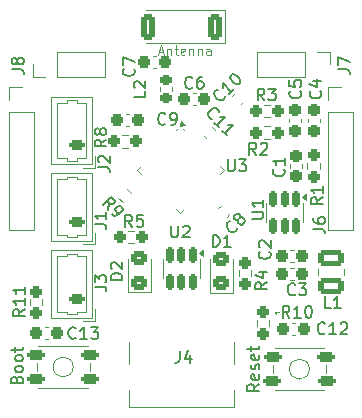
<source format=gto>
G04 #@! TF.GenerationSoftware,KiCad,Pcbnew,8.0.8-8.0.8-0~ubuntu24.04.1*
G04 #@! TF.CreationDate,2025-01-27T21:39:09+01:00*
G04 #@! TF.ProjectId,KICad_Files,4b494361-645f-4466-996c-65732e6b6963,1*
G04 #@! TF.SameCoordinates,Original*
G04 #@! TF.FileFunction,Legend,Top*
G04 #@! TF.FilePolarity,Positive*
%FSLAX46Y46*%
G04 Gerber Fmt 4.6, Leading zero omitted, Abs format (unit mm)*
G04 Created by KiCad (PCBNEW 8.0.8-8.0.8-0~ubuntu24.04.1) date 2025-01-27 21:39:09*
%MOMM*%
%LPD*%
G01*
G04 APERTURE LIST*
G04 Aperture macros list*
%AMRoundRect*
0 Rectangle with rounded corners*
0 $1 Rounding radius*
0 $2 $3 $4 $5 $6 $7 $8 $9 X,Y pos of 4 corners*
0 Add a 4 corners polygon primitive as box body*
4,1,4,$2,$3,$4,$5,$6,$7,$8,$9,$2,$3,0*
0 Add four circle primitives for the rounded corners*
1,1,$1+$1,$2,$3*
1,1,$1+$1,$4,$5*
1,1,$1+$1,$6,$7*
1,1,$1+$1,$8,$9*
0 Add four rect primitives between the rounded corners*
20,1,$1+$1,$2,$3,$4,$5,0*
20,1,$1+$1,$4,$5,$6,$7,0*
20,1,$1+$1,$6,$7,$8,$9,0*
20,1,$1+$1,$8,$9,$2,$3,0*%
%AMRotRect*
0 Rectangle, with rotation*
0 The origin of the aperture is its center*
0 $1 length*
0 $2 width*
0 $3 Rotation angle, in degrees counterclockwise*
0 Add horizontal line*
21,1,$1,$2,0,0,$3*%
G04 Aperture macros list end*
%ADD10C,0.100000*%
%ADD11C,0.125000*%
%ADD12C,0.150000*%
%ADD13C,0.120000*%
%ADD14RoundRect,0.237500X-0.237500X0.250000X-0.237500X-0.250000X0.237500X-0.250000X0.237500X0.250000X0*%
%ADD15RoundRect,0.237500X-0.300000X-0.237500X0.300000X-0.237500X0.300000X0.237500X-0.300000X0.237500X0*%
%ADD16R,1.350000X1.350000*%
%ADD17O,1.350000X1.350000*%
%ADD18RoundRect,0.237500X0.300000X0.237500X-0.300000X0.237500X-0.300000X-0.237500X0.300000X-0.237500X0*%
%ADD19RoundRect,0.237500X-0.250000X-0.237500X0.250000X-0.237500X0.250000X0.237500X-0.250000X0.237500X0*%
%ADD20RoundRect,0.237500X-0.044194X-0.380070X0.380070X0.044194X0.044194X0.380070X-0.380070X-0.044194X0*%
%ADD21RoundRect,0.237500X0.237500X-0.300000X0.237500X0.300000X-0.237500X0.300000X-0.237500X-0.300000X0*%
%ADD22RoundRect,0.200000X0.450000X-0.200000X0.450000X0.200000X-0.450000X0.200000X-0.450000X-0.200000X0*%
%ADD23O,1.300000X0.800000*%
%ADD24RoundRect,0.237500X0.237500X-0.250000X0.237500X0.250000X-0.237500X0.250000X-0.237500X-0.250000X0*%
%ADD25C,0.600000*%
%ADD26R,0.600000X1.160000*%
%ADD27R,0.300000X1.160000*%
%ADD28O,0.900000X2.000000*%
%ADD29O,0.900000X1.700000*%
%ADD30RoundRect,0.250001X0.849999X-0.462499X0.849999X0.462499X-0.849999X0.462499X-0.849999X-0.462499X0*%
%ADD31RoundRect,0.150000X-0.150000X0.512500X-0.150000X-0.512500X0.150000X-0.512500X0.150000X0.512500X0*%
%ADD32RoundRect,0.250000X0.350000X0.850000X-0.350000X0.850000X-0.350000X-0.850000X0.350000X-0.850000X0*%
%ADD33RoundRect,0.237500X0.250000X0.237500X-0.250000X0.237500X-0.250000X-0.237500X0.250000X-0.237500X0*%
%ADD34RoundRect,0.200000X0.550000X-0.200000X0.550000X0.200000X-0.550000X0.200000X-0.550000X-0.200000X0*%
%ADD35RoundRect,0.200000X0.525000X-0.200000X0.525000X0.200000X-0.525000X0.200000X-0.525000X-0.200000X0*%
%ADD36RoundRect,0.218750X0.256250X-0.218750X0.256250X0.218750X-0.256250X0.218750X-0.256250X-0.218750X0*%
%ADD37RoundRect,0.250000X0.450000X-0.325000X0.450000X0.325000X-0.450000X0.325000X-0.450000X-0.325000X0*%
%ADD38RoundRect,0.237500X-0.344715X0.008839X0.008839X-0.344715X0.344715X-0.008839X-0.008839X0.344715X0*%
%ADD39RoundRect,0.237500X-0.380070X0.044194X0.044194X-0.380070X0.380070X-0.044194X-0.044194X0.380070X0*%
%ADD40RoundRect,0.062500X-0.282843X0.194454X0.194454X-0.282843X0.282843X-0.194454X-0.194454X0.282843X0*%
%ADD41RoundRect,0.062500X-0.282843X-0.194454X-0.194454X-0.282843X0.282843X0.194454X0.194454X0.282843X0*%
%ADD42RotRect,3.700000X3.700000X315.000000*%
%ADD43RoundRect,0.237500X-0.237500X0.300000X-0.237500X-0.300000X0.237500X-0.300000X0.237500X0.300000X0*%
G04 APERTURE END LIST*
D10*
X114700001Y-106900001D02*
X114800001Y-107000001D01*
X114700001Y-106900001D02*
X114800001Y-106800001D01*
X114800001Y-106800001D02*
X114700001Y-106900001D01*
X114700001Y-106900001D02*
X115100001Y-106900001D01*
D11*
X104890476Y-84867024D02*
X105271429Y-84867024D01*
X104814286Y-85095596D02*
X105080953Y-84295596D01*
X105080953Y-84295596D02*
X105347619Y-85095596D01*
X105614286Y-84562262D02*
X105614286Y-85095596D01*
X105614286Y-84638453D02*
X105652381Y-84600358D01*
X105652381Y-84600358D02*
X105728571Y-84562262D01*
X105728571Y-84562262D02*
X105842857Y-84562262D01*
X105842857Y-84562262D02*
X105919048Y-84600358D01*
X105919048Y-84600358D02*
X105957143Y-84676548D01*
X105957143Y-84676548D02*
X105957143Y-85095596D01*
X106223810Y-84562262D02*
X106528572Y-84562262D01*
X106338096Y-84295596D02*
X106338096Y-84981310D01*
X106338096Y-84981310D02*
X106376191Y-85057501D01*
X106376191Y-85057501D02*
X106452381Y-85095596D01*
X106452381Y-85095596D02*
X106528572Y-85095596D01*
X107100001Y-85057501D02*
X107023810Y-85095596D01*
X107023810Y-85095596D02*
X106871429Y-85095596D01*
X106871429Y-85095596D02*
X106795239Y-85057501D01*
X106795239Y-85057501D02*
X106757143Y-84981310D01*
X106757143Y-84981310D02*
X106757143Y-84676548D01*
X106757143Y-84676548D02*
X106795239Y-84600358D01*
X106795239Y-84600358D02*
X106871429Y-84562262D01*
X106871429Y-84562262D02*
X107023810Y-84562262D01*
X107023810Y-84562262D02*
X107100001Y-84600358D01*
X107100001Y-84600358D02*
X107138096Y-84676548D01*
X107138096Y-84676548D02*
X107138096Y-84752739D01*
X107138096Y-84752739D02*
X106757143Y-84828929D01*
X107480953Y-84562262D02*
X107480953Y-85095596D01*
X107480953Y-84638453D02*
X107519048Y-84600358D01*
X107519048Y-84600358D02*
X107595238Y-84562262D01*
X107595238Y-84562262D02*
X107709524Y-84562262D01*
X107709524Y-84562262D02*
X107785715Y-84600358D01*
X107785715Y-84600358D02*
X107823810Y-84676548D01*
X107823810Y-84676548D02*
X107823810Y-85095596D01*
X108204763Y-84562262D02*
X108204763Y-85095596D01*
X108204763Y-84638453D02*
X108242858Y-84600358D01*
X108242858Y-84600358D02*
X108319048Y-84562262D01*
X108319048Y-84562262D02*
X108433334Y-84562262D01*
X108433334Y-84562262D02*
X108509525Y-84600358D01*
X108509525Y-84600358D02*
X108547620Y-84676548D01*
X108547620Y-84676548D02*
X108547620Y-85095596D01*
X109271430Y-85095596D02*
X109271430Y-84676548D01*
X109271430Y-84676548D02*
X109233335Y-84600358D01*
X109233335Y-84600358D02*
X109157144Y-84562262D01*
X109157144Y-84562262D02*
X109004763Y-84562262D01*
X109004763Y-84562262D02*
X108928573Y-84600358D01*
X109271430Y-85057501D02*
X109195239Y-85095596D01*
X109195239Y-85095596D02*
X109004763Y-85095596D01*
X109004763Y-85095596D02*
X108928573Y-85057501D01*
X108928573Y-85057501D02*
X108890477Y-84981310D01*
X108890477Y-84981310D02*
X108890477Y-84905120D01*
X108890477Y-84905120D02*
X108928573Y-84828929D01*
X108928573Y-84828929D02*
X109004763Y-84790834D01*
X109004763Y-84790834D02*
X109195239Y-84790834D01*
X109195239Y-84790834D02*
X109271430Y-84752739D01*
D12*
X92871010Y-112579888D02*
X92918629Y-112437031D01*
X92918629Y-112437031D02*
X92966248Y-112389412D01*
X92966248Y-112389412D02*
X93061486Y-112341793D01*
X93061486Y-112341793D02*
X93204343Y-112341793D01*
X93204343Y-112341793D02*
X93299581Y-112389412D01*
X93299581Y-112389412D02*
X93347201Y-112437031D01*
X93347201Y-112437031D02*
X93394820Y-112532269D01*
X93394820Y-112532269D02*
X93394820Y-112913221D01*
X93394820Y-112913221D02*
X92394820Y-112913221D01*
X92394820Y-112913221D02*
X92394820Y-112579888D01*
X92394820Y-112579888D02*
X92442439Y-112484650D01*
X92442439Y-112484650D02*
X92490058Y-112437031D01*
X92490058Y-112437031D02*
X92585296Y-112389412D01*
X92585296Y-112389412D02*
X92680534Y-112389412D01*
X92680534Y-112389412D02*
X92775772Y-112437031D01*
X92775772Y-112437031D02*
X92823391Y-112484650D01*
X92823391Y-112484650D02*
X92871010Y-112579888D01*
X92871010Y-112579888D02*
X92871010Y-112913221D01*
X93394820Y-111770364D02*
X93347201Y-111865602D01*
X93347201Y-111865602D02*
X93299581Y-111913221D01*
X93299581Y-111913221D02*
X93204343Y-111960840D01*
X93204343Y-111960840D02*
X92918629Y-111960840D01*
X92918629Y-111960840D02*
X92823391Y-111913221D01*
X92823391Y-111913221D02*
X92775772Y-111865602D01*
X92775772Y-111865602D02*
X92728153Y-111770364D01*
X92728153Y-111770364D02*
X92728153Y-111627507D01*
X92728153Y-111627507D02*
X92775772Y-111532269D01*
X92775772Y-111532269D02*
X92823391Y-111484650D01*
X92823391Y-111484650D02*
X92918629Y-111437031D01*
X92918629Y-111437031D02*
X93204343Y-111437031D01*
X93204343Y-111437031D02*
X93299581Y-111484650D01*
X93299581Y-111484650D02*
X93347201Y-111532269D01*
X93347201Y-111532269D02*
X93394820Y-111627507D01*
X93394820Y-111627507D02*
X93394820Y-111770364D01*
X93394820Y-110865602D02*
X93347201Y-110960840D01*
X93347201Y-110960840D02*
X93299581Y-111008459D01*
X93299581Y-111008459D02*
X93204343Y-111056078D01*
X93204343Y-111056078D02*
X92918629Y-111056078D01*
X92918629Y-111056078D02*
X92823391Y-111008459D01*
X92823391Y-111008459D02*
X92775772Y-110960840D01*
X92775772Y-110960840D02*
X92728153Y-110865602D01*
X92728153Y-110865602D02*
X92728153Y-110722745D01*
X92728153Y-110722745D02*
X92775772Y-110627507D01*
X92775772Y-110627507D02*
X92823391Y-110579888D01*
X92823391Y-110579888D02*
X92918629Y-110532269D01*
X92918629Y-110532269D02*
X93204343Y-110532269D01*
X93204343Y-110532269D02*
X93299581Y-110579888D01*
X93299581Y-110579888D02*
X93347201Y-110627507D01*
X93347201Y-110627507D02*
X93394820Y-110722745D01*
X93394820Y-110722745D02*
X93394820Y-110865602D01*
X92728153Y-110246554D02*
X92728153Y-109865602D01*
X92394820Y-110103697D02*
X93251962Y-110103697D01*
X93251962Y-110103697D02*
X93347201Y-110056078D01*
X93347201Y-110056078D02*
X93394820Y-109960840D01*
X93394820Y-109960840D02*
X93394820Y-109865602D01*
X113394820Y-112966793D02*
X112918629Y-113300126D01*
X113394820Y-113538221D02*
X112394820Y-113538221D01*
X112394820Y-113538221D02*
X112394820Y-113157269D01*
X112394820Y-113157269D02*
X112442439Y-113062031D01*
X112442439Y-113062031D02*
X112490058Y-113014412D01*
X112490058Y-113014412D02*
X112585296Y-112966793D01*
X112585296Y-112966793D02*
X112728153Y-112966793D01*
X112728153Y-112966793D02*
X112823391Y-113014412D01*
X112823391Y-113014412D02*
X112871010Y-113062031D01*
X112871010Y-113062031D02*
X112918629Y-113157269D01*
X112918629Y-113157269D02*
X112918629Y-113538221D01*
X113347201Y-112157269D02*
X113394820Y-112252507D01*
X113394820Y-112252507D02*
X113394820Y-112442983D01*
X113394820Y-112442983D02*
X113347201Y-112538221D01*
X113347201Y-112538221D02*
X113251962Y-112585840D01*
X113251962Y-112585840D02*
X112871010Y-112585840D01*
X112871010Y-112585840D02*
X112775772Y-112538221D01*
X112775772Y-112538221D02*
X112728153Y-112442983D01*
X112728153Y-112442983D02*
X112728153Y-112252507D01*
X112728153Y-112252507D02*
X112775772Y-112157269D01*
X112775772Y-112157269D02*
X112871010Y-112109650D01*
X112871010Y-112109650D02*
X112966248Y-112109650D01*
X112966248Y-112109650D02*
X113061486Y-112585840D01*
X113347201Y-111728697D02*
X113394820Y-111633459D01*
X113394820Y-111633459D02*
X113394820Y-111442983D01*
X113394820Y-111442983D02*
X113347201Y-111347745D01*
X113347201Y-111347745D02*
X113251962Y-111300126D01*
X113251962Y-111300126D02*
X113204343Y-111300126D01*
X113204343Y-111300126D02*
X113109105Y-111347745D01*
X113109105Y-111347745D02*
X113061486Y-111442983D01*
X113061486Y-111442983D02*
X113061486Y-111585840D01*
X113061486Y-111585840D02*
X113013867Y-111681078D01*
X113013867Y-111681078D02*
X112918629Y-111728697D01*
X112918629Y-111728697D02*
X112871010Y-111728697D01*
X112871010Y-111728697D02*
X112775772Y-111681078D01*
X112775772Y-111681078D02*
X112728153Y-111585840D01*
X112728153Y-111585840D02*
X112728153Y-111442983D01*
X112728153Y-111442983D02*
X112775772Y-111347745D01*
X113347201Y-110490602D02*
X113394820Y-110585840D01*
X113394820Y-110585840D02*
X113394820Y-110776316D01*
X113394820Y-110776316D02*
X113347201Y-110871554D01*
X113347201Y-110871554D02*
X113251962Y-110919173D01*
X113251962Y-110919173D02*
X112871010Y-110919173D01*
X112871010Y-110919173D02*
X112775772Y-110871554D01*
X112775772Y-110871554D02*
X112728153Y-110776316D01*
X112728153Y-110776316D02*
X112728153Y-110585840D01*
X112728153Y-110585840D02*
X112775772Y-110490602D01*
X112775772Y-110490602D02*
X112871010Y-110442983D01*
X112871010Y-110442983D02*
X112966248Y-110442983D01*
X112966248Y-110442983D02*
X113061486Y-110919173D01*
X112728153Y-110157268D02*
X112728153Y-109776316D01*
X112394820Y-110014411D02*
X113251962Y-110014411D01*
X113251962Y-110014411D02*
X113347201Y-109966792D01*
X113347201Y-109966792D02*
X113394820Y-109871554D01*
X113394820Y-109871554D02*
X113394820Y-109776316D01*
X93554820Y-106642858D02*
X93078629Y-106976191D01*
X93554820Y-107214286D02*
X92554820Y-107214286D01*
X92554820Y-107214286D02*
X92554820Y-106833334D01*
X92554820Y-106833334D02*
X92602439Y-106738096D01*
X92602439Y-106738096D02*
X92650058Y-106690477D01*
X92650058Y-106690477D02*
X92745296Y-106642858D01*
X92745296Y-106642858D02*
X92888153Y-106642858D01*
X92888153Y-106642858D02*
X92983391Y-106690477D01*
X92983391Y-106690477D02*
X93031010Y-106738096D01*
X93031010Y-106738096D02*
X93078629Y-106833334D01*
X93078629Y-106833334D02*
X93078629Y-107214286D01*
X93554820Y-105690477D02*
X93554820Y-106261905D01*
X93554820Y-105976191D02*
X92554820Y-105976191D01*
X92554820Y-105976191D02*
X92697677Y-106071429D01*
X92697677Y-106071429D02*
X92792915Y-106166667D01*
X92792915Y-106166667D02*
X92840534Y-106261905D01*
X93554820Y-104738096D02*
X93554820Y-105309524D01*
X93554820Y-105023810D02*
X92554820Y-105023810D01*
X92554820Y-105023810D02*
X92697677Y-105119048D01*
X92697677Y-105119048D02*
X92792915Y-105214286D01*
X92792915Y-105214286D02*
X92840534Y-105309524D01*
X118957143Y-108659581D02*
X118909524Y-108707201D01*
X118909524Y-108707201D02*
X118766667Y-108754820D01*
X118766667Y-108754820D02*
X118671429Y-108754820D01*
X118671429Y-108754820D02*
X118528572Y-108707201D01*
X118528572Y-108707201D02*
X118433334Y-108611962D01*
X118433334Y-108611962D02*
X118385715Y-108516724D01*
X118385715Y-108516724D02*
X118338096Y-108326248D01*
X118338096Y-108326248D02*
X118338096Y-108183391D01*
X118338096Y-108183391D02*
X118385715Y-107992915D01*
X118385715Y-107992915D02*
X118433334Y-107897677D01*
X118433334Y-107897677D02*
X118528572Y-107802439D01*
X118528572Y-107802439D02*
X118671429Y-107754820D01*
X118671429Y-107754820D02*
X118766667Y-107754820D01*
X118766667Y-107754820D02*
X118909524Y-107802439D01*
X118909524Y-107802439D02*
X118957143Y-107850058D01*
X119909524Y-108754820D02*
X119338096Y-108754820D01*
X119623810Y-108754820D02*
X119623810Y-107754820D01*
X119623810Y-107754820D02*
X119528572Y-107897677D01*
X119528572Y-107897677D02*
X119433334Y-107992915D01*
X119433334Y-107992915D02*
X119338096Y-108040534D01*
X120290477Y-107850058D02*
X120338096Y-107802439D01*
X120338096Y-107802439D02*
X120433334Y-107754820D01*
X120433334Y-107754820D02*
X120671429Y-107754820D01*
X120671429Y-107754820D02*
X120766667Y-107802439D01*
X120766667Y-107802439D02*
X120814286Y-107850058D01*
X120814286Y-107850058D02*
X120861905Y-107945296D01*
X120861905Y-107945296D02*
X120861905Y-108040534D01*
X120861905Y-108040534D02*
X120814286Y-108183391D01*
X120814286Y-108183391D02*
X120242858Y-108754820D01*
X120242858Y-108754820D02*
X120861905Y-108754820D01*
X117954820Y-99833334D02*
X118669105Y-99833334D01*
X118669105Y-99833334D02*
X118811962Y-99880953D01*
X118811962Y-99880953D02*
X118907201Y-99976191D01*
X118907201Y-99976191D02*
X118954820Y-100119048D01*
X118954820Y-100119048D02*
X118954820Y-100214286D01*
X117954820Y-98928572D02*
X117954820Y-99119048D01*
X117954820Y-99119048D02*
X118002439Y-99214286D01*
X118002439Y-99214286D02*
X118050058Y-99261905D01*
X118050058Y-99261905D02*
X118192915Y-99357143D01*
X118192915Y-99357143D02*
X118383391Y-99404762D01*
X118383391Y-99404762D02*
X118764343Y-99404762D01*
X118764343Y-99404762D02*
X118859581Y-99357143D01*
X118859581Y-99357143D02*
X118907201Y-99309524D01*
X118907201Y-99309524D02*
X118954820Y-99214286D01*
X118954820Y-99214286D02*
X118954820Y-99023810D01*
X118954820Y-99023810D02*
X118907201Y-98928572D01*
X118907201Y-98928572D02*
X118859581Y-98880953D01*
X118859581Y-98880953D02*
X118764343Y-98833334D01*
X118764343Y-98833334D02*
X118526248Y-98833334D01*
X118526248Y-98833334D02*
X118431010Y-98880953D01*
X118431010Y-98880953D02*
X118383391Y-98928572D01*
X118383391Y-98928572D02*
X118335772Y-99023810D01*
X118335772Y-99023810D02*
X118335772Y-99214286D01*
X118335772Y-99214286D02*
X118383391Y-99309524D01*
X118383391Y-99309524D02*
X118431010Y-99357143D01*
X118431010Y-99357143D02*
X118526248Y-99404762D01*
X102759581Y-86266667D02*
X102807201Y-86314286D01*
X102807201Y-86314286D02*
X102854820Y-86457143D01*
X102854820Y-86457143D02*
X102854820Y-86552381D01*
X102854820Y-86552381D02*
X102807201Y-86695238D01*
X102807201Y-86695238D02*
X102711962Y-86790476D01*
X102711962Y-86790476D02*
X102616724Y-86838095D01*
X102616724Y-86838095D02*
X102426248Y-86885714D01*
X102426248Y-86885714D02*
X102283391Y-86885714D01*
X102283391Y-86885714D02*
X102092915Y-86838095D01*
X102092915Y-86838095D02*
X101997677Y-86790476D01*
X101997677Y-86790476D02*
X101902439Y-86695238D01*
X101902439Y-86695238D02*
X101854820Y-86552381D01*
X101854820Y-86552381D02*
X101854820Y-86457143D01*
X101854820Y-86457143D02*
X101902439Y-86314286D01*
X101902439Y-86314286D02*
X101950058Y-86266667D01*
X101854820Y-85933333D02*
X101854820Y-85266667D01*
X101854820Y-85266667D02*
X102854820Y-85695238D01*
X102633334Y-99654820D02*
X102300001Y-99178629D01*
X102061906Y-99654820D02*
X102061906Y-98654820D01*
X102061906Y-98654820D02*
X102442858Y-98654820D01*
X102442858Y-98654820D02*
X102538096Y-98702439D01*
X102538096Y-98702439D02*
X102585715Y-98750058D01*
X102585715Y-98750058D02*
X102633334Y-98845296D01*
X102633334Y-98845296D02*
X102633334Y-98988153D01*
X102633334Y-98988153D02*
X102585715Y-99083391D01*
X102585715Y-99083391D02*
X102538096Y-99131010D01*
X102538096Y-99131010D02*
X102442858Y-99178629D01*
X102442858Y-99178629D02*
X102061906Y-99178629D01*
X103538096Y-98654820D02*
X103061906Y-98654820D01*
X103061906Y-98654820D02*
X103014287Y-99131010D01*
X103014287Y-99131010D02*
X103061906Y-99083391D01*
X103061906Y-99083391D02*
X103157144Y-99035772D01*
X103157144Y-99035772D02*
X103395239Y-99035772D01*
X103395239Y-99035772D02*
X103490477Y-99083391D01*
X103490477Y-99083391D02*
X103538096Y-99131010D01*
X103538096Y-99131010D02*
X103585715Y-99226248D01*
X103585715Y-99226248D02*
X103585715Y-99464343D01*
X103585715Y-99464343D02*
X103538096Y-99559581D01*
X103538096Y-99559581D02*
X103490477Y-99607201D01*
X103490477Y-99607201D02*
X103395239Y-99654820D01*
X103395239Y-99654820D02*
X103157144Y-99654820D01*
X103157144Y-99654820D02*
X103061906Y-99607201D01*
X103061906Y-99607201D02*
X103014287Y-99559581D01*
X97857143Y-109059581D02*
X97809524Y-109107201D01*
X97809524Y-109107201D02*
X97666667Y-109154820D01*
X97666667Y-109154820D02*
X97571429Y-109154820D01*
X97571429Y-109154820D02*
X97428572Y-109107201D01*
X97428572Y-109107201D02*
X97333334Y-109011962D01*
X97333334Y-109011962D02*
X97285715Y-108916724D01*
X97285715Y-108916724D02*
X97238096Y-108726248D01*
X97238096Y-108726248D02*
X97238096Y-108583391D01*
X97238096Y-108583391D02*
X97285715Y-108392915D01*
X97285715Y-108392915D02*
X97333334Y-108297677D01*
X97333334Y-108297677D02*
X97428572Y-108202439D01*
X97428572Y-108202439D02*
X97571429Y-108154820D01*
X97571429Y-108154820D02*
X97666667Y-108154820D01*
X97666667Y-108154820D02*
X97809524Y-108202439D01*
X97809524Y-108202439D02*
X97857143Y-108250058D01*
X98809524Y-109154820D02*
X98238096Y-109154820D01*
X98523810Y-109154820D02*
X98523810Y-108154820D01*
X98523810Y-108154820D02*
X98428572Y-108297677D01*
X98428572Y-108297677D02*
X98333334Y-108392915D01*
X98333334Y-108392915D02*
X98238096Y-108440534D01*
X99142858Y-108154820D02*
X99761905Y-108154820D01*
X99761905Y-108154820D02*
X99428572Y-108535772D01*
X99428572Y-108535772D02*
X99571429Y-108535772D01*
X99571429Y-108535772D02*
X99666667Y-108583391D01*
X99666667Y-108583391D02*
X99714286Y-108631010D01*
X99714286Y-108631010D02*
X99761905Y-108726248D01*
X99761905Y-108726248D02*
X99761905Y-108964343D01*
X99761905Y-108964343D02*
X99714286Y-109059581D01*
X99714286Y-109059581D02*
X99666667Y-109107201D01*
X99666667Y-109107201D02*
X99571429Y-109154820D01*
X99571429Y-109154820D02*
X99285715Y-109154820D01*
X99285715Y-109154820D02*
X99190477Y-109107201D01*
X99190477Y-109107201D02*
X99142858Y-109059581D01*
X110499694Y-88608831D02*
X110499694Y-88676175D01*
X110499694Y-88676175D02*
X110432350Y-88810862D01*
X110432350Y-88810862D02*
X110365007Y-88878205D01*
X110365007Y-88878205D02*
X110230320Y-88945549D01*
X110230320Y-88945549D02*
X110095633Y-88945549D01*
X110095633Y-88945549D02*
X109994618Y-88911877D01*
X109994618Y-88911877D02*
X109826259Y-88810862D01*
X109826259Y-88810862D02*
X109725244Y-88709847D01*
X109725244Y-88709847D02*
X109624228Y-88541488D01*
X109624228Y-88541488D02*
X109590557Y-88440473D01*
X109590557Y-88440473D02*
X109590557Y-88305786D01*
X109590557Y-88305786D02*
X109657900Y-88171099D01*
X109657900Y-88171099D02*
X109725244Y-88103755D01*
X109725244Y-88103755D02*
X109859931Y-88036412D01*
X109859931Y-88036412D02*
X109927274Y-88036412D01*
X111240472Y-88002740D02*
X110836411Y-88406801D01*
X111038442Y-88204770D02*
X110331335Y-87497664D01*
X110331335Y-87497664D02*
X110365007Y-87666022D01*
X110365007Y-87666022D02*
X110365007Y-87800709D01*
X110365007Y-87800709D02*
X110331335Y-87901725D01*
X110971099Y-86857900D02*
X111038442Y-86790557D01*
X111038442Y-86790557D02*
X111139457Y-86756885D01*
X111139457Y-86756885D02*
X111206801Y-86756885D01*
X111206801Y-86756885D02*
X111307816Y-86790557D01*
X111307816Y-86790557D02*
X111476175Y-86891572D01*
X111476175Y-86891572D02*
X111644534Y-87059931D01*
X111644534Y-87059931D02*
X111745549Y-87228289D01*
X111745549Y-87228289D02*
X111779221Y-87329305D01*
X111779221Y-87329305D02*
X111779221Y-87396648D01*
X111779221Y-87396648D02*
X111745549Y-87497663D01*
X111745549Y-87497663D02*
X111678205Y-87565007D01*
X111678205Y-87565007D02*
X111577190Y-87598679D01*
X111577190Y-87598679D02*
X111509847Y-87598679D01*
X111509847Y-87598679D02*
X111408831Y-87565007D01*
X111408831Y-87565007D02*
X111240473Y-87463992D01*
X111240473Y-87463992D02*
X111072114Y-87295633D01*
X111072114Y-87295633D02*
X110971099Y-87127274D01*
X110971099Y-87127274D02*
X110937427Y-87026259D01*
X110937427Y-87026259D02*
X110937427Y-86958915D01*
X110937427Y-86958915D02*
X110971099Y-86857900D01*
X115459581Y-94766667D02*
X115507201Y-94814286D01*
X115507201Y-94814286D02*
X115554820Y-94957143D01*
X115554820Y-94957143D02*
X115554820Y-95052381D01*
X115554820Y-95052381D02*
X115507201Y-95195238D01*
X115507201Y-95195238D02*
X115411962Y-95290476D01*
X115411962Y-95290476D02*
X115316724Y-95338095D01*
X115316724Y-95338095D02*
X115126248Y-95385714D01*
X115126248Y-95385714D02*
X114983391Y-95385714D01*
X114983391Y-95385714D02*
X114792915Y-95338095D01*
X114792915Y-95338095D02*
X114697677Y-95290476D01*
X114697677Y-95290476D02*
X114602439Y-95195238D01*
X114602439Y-95195238D02*
X114554820Y-95052381D01*
X114554820Y-95052381D02*
X114554820Y-94957143D01*
X114554820Y-94957143D02*
X114602439Y-94814286D01*
X114602439Y-94814286D02*
X114650058Y-94766667D01*
X115554820Y-93814286D02*
X115554820Y-94385714D01*
X115554820Y-94100000D02*
X114554820Y-94100000D01*
X114554820Y-94100000D02*
X114697677Y-94195238D01*
X114697677Y-94195238D02*
X114792915Y-94290476D01*
X114792915Y-94290476D02*
X114840534Y-94385714D01*
X99454820Y-104733334D02*
X100169105Y-104733334D01*
X100169105Y-104733334D02*
X100311962Y-104780953D01*
X100311962Y-104780953D02*
X100407201Y-104876191D01*
X100407201Y-104876191D02*
X100454820Y-105019048D01*
X100454820Y-105019048D02*
X100454820Y-105114286D01*
X99454820Y-104352381D02*
X99454820Y-103733334D01*
X99454820Y-103733334D02*
X99835772Y-104066667D01*
X99835772Y-104066667D02*
X99835772Y-103923810D01*
X99835772Y-103923810D02*
X99883391Y-103828572D01*
X99883391Y-103828572D02*
X99931010Y-103780953D01*
X99931010Y-103780953D02*
X100026248Y-103733334D01*
X100026248Y-103733334D02*
X100264343Y-103733334D01*
X100264343Y-103733334D02*
X100359581Y-103780953D01*
X100359581Y-103780953D02*
X100407201Y-103828572D01*
X100407201Y-103828572D02*
X100454820Y-103923810D01*
X100454820Y-103923810D02*
X100454820Y-104209524D01*
X100454820Y-104209524D02*
X100407201Y-104304762D01*
X100407201Y-104304762D02*
X100359581Y-104352381D01*
X92454820Y-86333334D02*
X93169105Y-86333334D01*
X93169105Y-86333334D02*
X93311962Y-86380953D01*
X93311962Y-86380953D02*
X93407201Y-86476191D01*
X93407201Y-86476191D02*
X93454820Y-86619048D01*
X93454820Y-86619048D02*
X93454820Y-86714286D01*
X92883391Y-85714286D02*
X92835772Y-85809524D01*
X92835772Y-85809524D02*
X92788153Y-85857143D01*
X92788153Y-85857143D02*
X92692915Y-85904762D01*
X92692915Y-85904762D02*
X92645296Y-85904762D01*
X92645296Y-85904762D02*
X92550058Y-85857143D01*
X92550058Y-85857143D02*
X92502439Y-85809524D01*
X92502439Y-85809524D02*
X92454820Y-85714286D01*
X92454820Y-85714286D02*
X92454820Y-85523810D01*
X92454820Y-85523810D02*
X92502439Y-85428572D01*
X92502439Y-85428572D02*
X92550058Y-85380953D01*
X92550058Y-85380953D02*
X92645296Y-85333334D01*
X92645296Y-85333334D02*
X92692915Y-85333334D01*
X92692915Y-85333334D02*
X92788153Y-85380953D01*
X92788153Y-85380953D02*
X92835772Y-85428572D01*
X92835772Y-85428572D02*
X92883391Y-85523810D01*
X92883391Y-85523810D02*
X92883391Y-85714286D01*
X92883391Y-85714286D02*
X92931010Y-85809524D01*
X92931010Y-85809524D02*
X92978629Y-85857143D01*
X92978629Y-85857143D02*
X93073867Y-85904762D01*
X93073867Y-85904762D02*
X93264343Y-85904762D01*
X93264343Y-85904762D02*
X93359581Y-85857143D01*
X93359581Y-85857143D02*
X93407201Y-85809524D01*
X93407201Y-85809524D02*
X93454820Y-85714286D01*
X93454820Y-85714286D02*
X93454820Y-85523810D01*
X93454820Y-85523810D02*
X93407201Y-85428572D01*
X93407201Y-85428572D02*
X93359581Y-85380953D01*
X93359581Y-85380953D02*
X93264343Y-85333334D01*
X93264343Y-85333334D02*
X93073867Y-85333334D01*
X93073867Y-85333334D02*
X92978629Y-85380953D01*
X92978629Y-85380953D02*
X92931010Y-85428572D01*
X92931010Y-85428572D02*
X92883391Y-85523810D01*
X115957143Y-107354820D02*
X115623810Y-106878629D01*
X115385715Y-107354820D02*
X115385715Y-106354820D01*
X115385715Y-106354820D02*
X115766667Y-106354820D01*
X115766667Y-106354820D02*
X115861905Y-106402439D01*
X115861905Y-106402439D02*
X115909524Y-106450058D01*
X115909524Y-106450058D02*
X115957143Y-106545296D01*
X115957143Y-106545296D02*
X115957143Y-106688153D01*
X115957143Y-106688153D02*
X115909524Y-106783391D01*
X115909524Y-106783391D02*
X115861905Y-106831010D01*
X115861905Y-106831010D02*
X115766667Y-106878629D01*
X115766667Y-106878629D02*
X115385715Y-106878629D01*
X116909524Y-107354820D02*
X116338096Y-107354820D01*
X116623810Y-107354820D02*
X116623810Y-106354820D01*
X116623810Y-106354820D02*
X116528572Y-106497677D01*
X116528572Y-106497677D02*
X116433334Y-106592915D01*
X116433334Y-106592915D02*
X116338096Y-106640534D01*
X117528572Y-106354820D02*
X117623810Y-106354820D01*
X117623810Y-106354820D02*
X117719048Y-106402439D01*
X117719048Y-106402439D02*
X117766667Y-106450058D01*
X117766667Y-106450058D02*
X117814286Y-106545296D01*
X117814286Y-106545296D02*
X117861905Y-106735772D01*
X117861905Y-106735772D02*
X117861905Y-106973867D01*
X117861905Y-106973867D02*
X117814286Y-107164343D01*
X117814286Y-107164343D02*
X117766667Y-107259581D01*
X117766667Y-107259581D02*
X117719048Y-107307201D01*
X117719048Y-107307201D02*
X117623810Y-107354820D01*
X117623810Y-107354820D02*
X117528572Y-107354820D01*
X117528572Y-107354820D02*
X117433334Y-107307201D01*
X117433334Y-107307201D02*
X117385715Y-107259581D01*
X117385715Y-107259581D02*
X117338096Y-107164343D01*
X117338096Y-107164343D02*
X117290477Y-106973867D01*
X117290477Y-106973867D02*
X117290477Y-106735772D01*
X117290477Y-106735772D02*
X117338096Y-106545296D01*
X117338096Y-106545296D02*
X117385715Y-106450058D01*
X117385715Y-106450058D02*
X117433334Y-106402439D01*
X117433334Y-106402439D02*
X117528572Y-106354820D01*
X106666667Y-110154820D02*
X106666667Y-110869105D01*
X106666667Y-110869105D02*
X106619048Y-111011962D01*
X106619048Y-111011962D02*
X106523810Y-111107201D01*
X106523810Y-111107201D02*
X106380953Y-111154820D01*
X106380953Y-111154820D02*
X106285715Y-111154820D01*
X107571429Y-110488153D02*
X107571429Y-111154820D01*
X107333334Y-110107201D02*
X107095239Y-110821486D01*
X107095239Y-110821486D02*
X107714286Y-110821486D01*
X120054820Y-86333334D02*
X120769105Y-86333334D01*
X120769105Y-86333334D02*
X120911962Y-86380953D01*
X120911962Y-86380953D02*
X121007201Y-86476191D01*
X121007201Y-86476191D02*
X121054820Y-86619048D01*
X121054820Y-86619048D02*
X121054820Y-86714286D01*
X120054820Y-85952381D02*
X120054820Y-85285715D01*
X120054820Y-85285715D02*
X121054820Y-85714286D01*
X99454820Y-99433334D02*
X100169105Y-99433334D01*
X100169105Y-99433334D02*
X100311962Y-99480953D01*
X100311962Y-99480953D02*
X100407201Y-99576191D01*
X100407201Y-99576191D02*
X100454820Y-99719048D01*
X100454820Y-99719048D02*
X100454820Y-99814286D01*
X100454820Y-98433334D02*
X100454820Y-99004762D01*
X100454820Y-98719048D02*
X99454820Y-98719048D01*
X99454820Y-98719048D02*
X99597677Y-98814286D01*
X99597677Y-98814286D02*
X99692915Y-98909524D01*
X99692915Y-98909524D02*
X99740534Y-99004762D01*
X119433334Y-106554820D02*
X118957144Y-106554820D01*
X118957144Y-106554820D02*
X118957144Y-105554820D01*
X120290477Y-106554820D02*
X119719049Y-106554820D01*
X120004763Y-106554820D02*
X120004763Y-105554820D01*
X120004763Y-105554820D02*
X119909525Y-105697677D01*
X119909525Y-105697677D02*
X119814287Y-105792915D01*
X119814287Y-105792915D02*
X119719049Y-105840534D01*
X118754820Y-97166667D02*
X118278629Y-97500000D01*
X118754820Y-97738095D02*
X117754820Y-97738095D01*
X117754820Y-97738095D02*
X117754820Y-97357143D01*
X117754820Y-97357143D02*
X117802439Y-97261905D01*
X117802439Y-97261905D02*
X117850058Y-97214286D01*
X117850058Y-97214286D02*
X117945296Y-97166667D01*
X117945296Y-97166667D02*
X118088153Y-97166667D01*
X118088153Y-97166667D02*
X118183391Y-97214286D01*
X118183391Y-97214286D02*
X118231010Y-97261905D01*
X118231010Y-97261905D02*
X118278629Y-97357143D01*
X118278629Y-97357143D02*
X118278629Y-97738095D01*
X118754820Y-96214286D02*
X118754820Y-96785714D01*
X118754820Y-96500000D02*
X117754820Y-96500000D01*
X117754820Y-96500000D02*
X117897677Y-96595238D01*
X117897677Y-96595238D02*
X117992915Y-96690476D01*
X117992915Y-96690476D02*
X118040534Y-96785714D01*
X112754820Y-98961905D02*
X113564343Y-98961905D01*
X113564343Y-98961905D02*
X113659581Y-98914286D01*
X113659581Y-98914286D02*
X113707201Y-98866667D01*
X113707201Y-98866667D02*
X113754820Y-98771429D01*
X113754820Y-98771429D02*
X113754820Y-98580953D01*
X113754820Y-98580953D02*
X113707201Y-98485715D01*
X113707201Y-98485715D02*
X113659581Y-98438096D01*
X113659581Y-98438096D02*
X113564343Y-98390477D01*
X113564343Y-98390477D02*
X112754820Y-98390477D01*
X113754820Y-97390477D02*
X113754820Y-97961905D01*
X113754820Y-97676191D02*
X112754820Y-97676191D01*
X112754820Y-97676191D02*
X112897677Y-97771429D01*
X112897677Y-97771429D02*
X112992915Y-97866667D01*
X112992915Y-97866667D02*
X113040534Y-97961905D01*
X100454820Y-92266667D02*
X99978629Y-92600000D01*
X100454820Y-92838095D02*
X99454820Y-92838095D01*
X99454820Y-92838095D02*
X99454820Y-92457143D01*
X99454820Y-92457143D02*
X99502439Y-92361905D01*
X99502439Y-92361905D02*
X99550058Y-92314286D01*
X99550058Y-92314286D02*
X99645296Y-92266667D01*
X99645296Y-92266667D02*
X99788153Y-92266667D01*
X99788153Y-92266667D02*
X99883391Y-92314286D01*
X99883391Y-92314286D02*
X99931010Y-92361905D01*
X99931010Y-92361905D02*
X99978629Y-92457143D01*
X99978629Y-92457143D02*
X99978629Y-92838095D01*
X99883391Y-91695238D02*
X99835772Y-91790476D01*
X99835772Y-91790476D02*
X99788153Y-91838095D01*
X99788153Y-91838095D02*
X99692915Y-91885714D01*
X99692915Y-91885714D02*
X99645296Y-91885714D01*
X99645296Y-91885714D02*
X99550058Y-91838095D01*
X99550058Y-91838095D02*
X99502439Y-91790476D01*
X99502439Y-91790476D02*
X99454820Y-91695238D01*
X99454820Y-91695238D02*
X99454820Y-91504762D01*
X99454820Y-91504762D02*
X99502439Y-91409524D01*
X99502439Y-91409524D02*
X99550058Y-91361905D01*
X99550058Y-91361905D02*
X99645296Y-91314286D01*
X99645296Y-91314286D02*
X99692915Y-91314286D01*
X99692915Y-91314286D02*
X99788153Y-91361905D01*
X99788153Y-91361905D02*
X99835772Y-91409524D01*
X99835772Y-91409524D02*
X99883391Y-91504762D01*
X99883391Y-91504762D02*
X99883391Y-91695238D01*
X99883391Y-91695238D02*
X99931010Y-91790476D01*
X99931010Y-91790476D02*
X99978629Y-91838095D01*
X99978629Y-91838095D02*
X100073867Y-91885714D01*
X100073867Y-91885714D02*
X100264343Y-91885714D01*
X100264343Y-91885714D02*
X100359581Y-91838095D01*
X100359581Y-91838095D02*
X100407201Y-91790476D01*
X100407201Y-91790476D02*
X100454820Y-91695238D01*
X100454820Y-91695238D02*
X100454820Y-91504762D01*
X100454820Y-91504762D02*
X100407201Y-91409524D01*
X100407201Y-91409524D02*
X100359581Y-91361905D01*
X100359581Y-91361905D02*
X100264343Y-91314286D01*
X100264343Y-91314286D02*
X100073867Y-91314286D01*
X100073867Y-91314286D02*
X99978629Y-91361905D01*
X99978629Y-91361905D02*
X99931010Y-91409524D01*
X99931010Y-91409524D02*
X99883391Y-91504762D01*
X113133334Y-93554820D02*
X112800001Y-93078629D01*
X112561906Y-93554820D02*
X112561906Y-92554820D01*
X112561906Y-92554820D02*
X112942858Y-92554820D01*
X112942858Y-92554820D02*
X113038096Y-92602439D01*
X113038096Y-92602439D02*
X113085715Y-92650058D01*
X113085715Y-92650058D02*
X113133334Y-92745296D01*
X113133334Y-92745296D02*
X113133334Y-92888153D01*
X113133334Y-92888153D02*
X113085715Y-92983391D01*
X113085715Y-92983391D02*
X113038096Y-93031010D01*
X113038096Y-93031010D02*
X112942858Y-93078629D01*
X112942858Y-93078629D02*
X112561906Y-93078629D01*
X113514287Y-92650058D02*
X113561906Y-92602439D01*
X113561906Y-92602439D02*
X113657144Y-92554820D01*
X113657144Y-92554820D02*
X113895239Y-92554820D01*
X113895239Y-92554820D02*
X113990477Y-92602439D01*
X113990477Y-92602439D02*
X114038096Y-92650058D01*
X114038096Y-92650058D02*
X114085715Y-92745296D01*
X114085715Y-92745296D02*
X114085715Y-92840534D01*
X114085715Y-92840534D02*
X114038096Y-92983391D01*
X114038096Y-92983391D02*
X113466668Y-93554820D01*
X113466668Y-93554820D02*
X114085715Y-93554820D01*
X103754820Y-88166667D02*
X103754820Y-88642857D01*
X103754820Y-88642857D02*
X102754820Y-88642857D01*
X102850058Y-87880952D02*
X102802439Y-87833333D01*
X102802439Y-87833333D02*
X102754820Y-87738095D01*
X102754820Y-87738095D02*
X102754820Y-87500000D01*
X102754820Y-87500000D02*
X102802439Y-87404762D01*
X102802439Y-87404762D02*
X102850058Y-87357143D01*
X102850058Y-87357143D02*
X102945296Y-87309524D01*
X102945296Y-87309524D02*
X103040534Y-87309524D01*
X103040534Y-87309524D02*
X103183391Y-87357143D01*
X103183391Y-87357143D02*
X103754820Y-87928571D01*
X103754820Y-87928571D02*
X103754820Y-87309524D01*
X113833334Y-88954820D02*
X113500001Y-88478629D01*
X113261906Y-88954820D02*
X113261906Y-87954820D01*
X113261906Y-87954820D02*
X113642858Y-87954820D01*
X113642858Y-87954820D02*
X113738096Y-88002439D01*
X113738096Y-88002439D02*
X113785715Y-88050058D01*
X113785715Y-88050058D02*
X113833334Y-88145296D01*
X113833334Y-88145296D02*
X113833334Y-88288153D01*
X113833334Y-88288153D02*
X113785715Y-88383391D01*
X113785715Y-88383391D02*
X113738096Y-88431010D01*
X113738096Y-88431010D02*
X113642858Y-88478629D01*
X113642858Y-88478629D02*
X113261906Y-88478629D01*
X114166668Y-87954820D02*
X114785715Y-87954820D01*
X114785715Y-87954820D02*
X114452382Y-88335772D01*
X114452382Y-88335772D02*
X114595239Y-88335772D01*
X114595239Y-88335772D02*
X114690477Y-88383391D01*
X114690477Y-88383391D02*
X114738096Y-88431010D01*
X114738096Y-88431010D02*
X114785715Y-88526248D01*
X114785715Y-88526248D02*
X114785715Y-88764343D01*
X114785715Y-88764343D02*
X114738096Y-88859581D01*
X114738096Y-88859581D02*
X114690477Y-88907201D01*
X114690477Y-88907201D02*
X114595239Y-88954820D01*
X114595239Y-88954820D02*
X114309525Y-88954820D01*
X114309525Y-88954820D02*
X114214287Y-88907201D01*
X114214287Y-88907201D02*
X114166668Y-88859581D01*
X101804820Y-104163095D02*
X100804820Y-104163095D01*
X100804820Y-104163095D02*
X100804820Y-103925000D01*
X100804820Y-103925000D02*
X100852439Y-103782143D01*
X100852439Y-103782143D02*
X100947677Y-103686905D01*
X100947677Y-103686905D02*
X101042915Y-103639286D01*
X101042915Y-103639286D02*
X101233391Y-103591667D01*
X101233391Y-103591667D02*
X101376248Y-103591667D01*
X101376248Y-103591667D02*
X101566724Y-103639286D01*
X101566724Y-103639286D02*
X101661962Y-103686905D01*
X101661962Y-103686905D02*
X101757201Y-103782143D01*
X101757201Y-103782143D02*
X101804820Y-103925000D01*
X101804820Y-103925000D02*
X101804820Y-104163095D01*
X100900058Y-103210714D02*
X100852439Y-103163095D01*
X100852439Y-103163095D02*
X100804820Y-103067857D01*
X100804820Y-103067857D02*
X100804820Y-102829762D01*
X100804820Y-102829762D02*
X100852439Y-102734524D01*
X100852439Y-102734524D02*
X100900058Y-102686905D01*
X100900058Y-102686905D02*
X100995296Y-102639286D01*
X100995296Y-102639286D02*
X101090534Y-102639286D01*
X101090534Y-102639286D02*
X101233391Y-102686905D01*
X101233391Y-102686905D02*
X101804820Y-103258333D01*
X101804820Y-103258333D02*
X101804820Y-102639286D01*
X105938096Y-99554820D02*
X105938096Y-100364343D01*
X105938096Y-100364343D02*
X105985715Y-100459581D01*
X105985715Y-100459581D02*
X106033334Y-100507201D01*
X106033334Y-100507201D02*
X106128572Y-100554820D01*
X106128572Y-100554820D02*
X106319048Y-100554820D01*
X106319048Y-100554820D02*
X106414286Y-100507201D01*
X106414286Y-100507201D02*
X106461905Y-100459581D01*
X106461905Y-100459581D02*
X106509524Y-100364343D01*
X106509524Y-100364343D02*
X106509524Y-99554820D01*
X106938096Y-99650058D02*
X106985715Y-99602439D01*
X106985715Y-99602439D02*
X107080953Y-99554820D01*
X107080953Y-99554820D02*
X107319048Y-99554820D01*
X107319048Y-99554820D02*
X107414286Y-99602439D01*
X107414286Y-99602439D02*
X107461905Y-99650058D01*
X107461905Y-99650058D02*
X107509524Y-99745296D01*
X107509524Y-99745296D02*
X107509524Y-99840534D01*
X107509524Y-99840534D02*
X107461905Y-99983391D01*
X107461905Y-99983391D02*
X106890477Y-100554820D01*
X106890477Y-100554820D02*
X107509524Y-100554820D01*
X99754820Y-94633334D02*
X100469105Y-94633334D01*
X100469105Y-94633334D02*
X100611962Y-94680953D01*
X100611962Y-94680953D02*
X100707201Y-94776191D01*
X100707201Y-94776191D02*
X100754820Y-94919048D01*
X100754820Y-94919048D02*
X100754820Y-95014286D01*
X99850058Y-94204762D02*
X99802439Y-94157143D01*
X99802439Y-94157143D02*
X99754820Y-94061905D01*
X99754820Y-94061905D02*
X99754820Y-93823810D01*
X99754820Y-93823810D02*
X99802439Y-93728572D01*
X99802439Y-93728572D02*
X99850058Y-93680953D01*
X99850058Y-93680953D02*
X99945296Y-93633334D01*
X99945296Y-93633334D02*
X100040534Y-93633334D01*
X100040534Y-93633334D02*
X100183391Y-93680953D01*
X100183391Y-93680953D02*
X100754820Y-94252381D01*
X100754820Y-94252381D02*
X100754820Y-93633334D01*
X111536412Y-99772114D02*
X111536412Y-99839458D01*
X111536412Y-99839458D02*
X111469068Y-99974145D01*
X111469068Y-99974145D02*
X111401725Y-100041488D01*
X111401725Y-100041488D02*
X111267038Y-100108832D01*
X111267038Y-100108832D02*
X111132351Y-100108832D01*
X111132351Y-100108832D02*
X111031336Y-100075160D01*
X111031336Y-100075160D02*
X110862977Y-99974145D01*
X110862977Y-99974145D02*
X110761962Y-99873130D01*
X110761962Y-99873130D02*
X110660946Y-99704771D01*
X110660946Y-99704771D02*
X110627275Y-99603756D01*
X110627275Y-99603756D02*
X110627275Y-99469069D01*
X110627275Y-99469069D02*
X110694618Y-99334382D01*
X110694618Y-99334382D02*
X110761962Y-99267038D01*
X110761962Y-99267038D02*
X110896649Y-99199695D01*
X110896649Y-99199695D02*
X110963992Y-99199695D01*
X111603755Y-99031336D02*
X111502740Y-99065008D01*
X111502740Y-99065008D02*
X111435397Y-99065008D01*
X111435397Y-99065008D02*
X111334381Y-99031336D01*
X111334381Y-99031336D02*
X111300710Y-98997664D01*
X111300710Y-98997664D02*
X111267038Y-98896649D01*
X111267038Y-98896649D02*
X111267038Y-98829305D01*
X111267038Y-98829305D02*
X111300710Y-98728290D01*
X111300710Y-98728290D02*
X111435397Y-98593603D01*
X111435397Y-98593603D02*
X111536412Y-98559931D01*
X111536412Y-98559931D02*
X111603755Y-98559931D01*
X111603755Y-98559931D02*
X111704771Y-98593603D01*
X111704771Y-98593603D02*
X111738442Y-98627275D01*
X111738442Y-98627275D02*
X111772114Y-98728290D01*
X111772114Y-98728290D02*
X111772114Y-98795634D01*
X111772114Y-98795634D02*
X111738442Y-98896649D01*
X111738442Y-98896649D02*
X111603755Y-99031336D01*
X111603755Y-99031336D02*
X111570084Y-99132351D01*
X111570084Y-99132351D02*
X111570084Y-99199695D01*
X111570084Y-99199695D02*
X111603755Y-99300710D01*
X111603755Y-99300710D02*
X111738442Y-99435397D01*
X111738442Y-99435397D02*
X111839458Y-99469069D01*
X111839458Y-99469069D02*
X111906801Y-99469069D01*
X111906801Y-99469069D02*
X112007816Y-99435397D01*
X112007816Y-99435397D02*
X112142503Y-99300710D01*
X112142503Y-99300710D02*
X112176175Y-99199695D01*
X112176175Y-99199695D02*
X112176175Y-99132351D01*
X112176175Y-99132351D02*
X112142503Y-99031336D01*
X112142503Y-99031336D02*
X112007816Y-98896649D01*
X112007816Y-98896649D02*
X111906801Y-98862977D01*
X111906801Y-98862977D02*
X111839458Y-98862977D01*
X111839458Y-98862977D02*
X111738442Y-98896649D01*
X105458334Y-90909581D02*
X105410715Y-90957201D01*
X105410715Y-90957201D02*
X105267858Y-91004820D01*
X105267858Y-91004820D02*
X105172620Y-91004820D01*
X105172620Y-91004820D02*
X105029763Y-90957201D01*
X105029763Y-90957201D02*
X104934525Y-90861962D01*
X104934525Y-90861962D02*
X104886906Y-90766724D01*
X104886906Y-90766724D02*
X104839287Y-90576248D01*
X104839287Y-90576248D02*
X104839287Y-90433391D01*
X104839287Y-90433391D02*
X104886906Y-90242915D01*
X104886906Y-90242915D02*
X104934525Y-90147677D01*
X104934525Y-90147677D02*
X105029763Y-90052439D01*
X105029763Y-90052439D02*
X105172620Y-90004820D01*
X105172620Y-90004820D02*
X105267858Y-90004820D01*
X105267858Y-90004820D02*
X105410715Y-90052439D01*
X105410715Y-90052439D02*
X105458334Y-90100058D01*
X105934525Y-91004820D02*
X106125001Y-91004820D01*
X106125001Y-91004820D02*
X106220239Y-90957201D01*
X106220239Y-90957201D02*
X106267858Y-90909581D01*
X106267858Y-90909581D02*
X106363096Y-90766724D01*
X106363096Y-90766724D02*
X106410715Y-90576248D01*
X106410715Y-90576248D02*
X106410715Y-90195296D01*
X106410715Y-90195296D02*
X106363096Y-90100058D01*
X106363096Y-90100058D02*
X106315477Y-90052439D01*
X106315477Y-90052439D02*
X106220239Y-90004820D01*
X106220239Y-90004820D02*
X106029763Y-90004820D01*
X106029763Y-90004820D02*
X105934525Y-90052439D01*
X105934525Y-90052439D02*
X105886906Y-90100058D01*
X105886906Y-90100058D02*
X105839287Y-90195296D01*
X105839287Y-90195296D02*
X105839287Y-90433391D01*
X105839287Y-90433391D02*
X105886906Y-90528629D01*
X105886906Y-90528629D02*
X105934525Y-90576248D01*
X105934525Y-90576248D02*
X106029763Y-90623867D01*
X106029763Y-90623867D02*
X106220239Y-90623867D01*
X106220239Y-90623867D02*
X106315477Y-90576248D01*
X106315477Y-90576248D02*
X106363096Y-90528629D01*
X106363096Y-90528629D02*
X106410715Y-90433391D01*
X109461906Y-101354820D02*
X109461906Y-100354820D01*
X109461906Y-100354820D02*
X109700001Y-100354820D01*
X109700001Y-100354820D02*
X109842858Y-100402439D01*
X109842858Y-100402439D02*
X109938096Y-100497677D01*
X109938096Y-100497677D02*
X109985715Y-100592915D01*
X109985715Y-100592915D02*
X110033334Y-100783391D01*
X110033334Y-100783391D02*
X110033334Y-100926248D01*
X110033334Y-100926248D02*
X109985715Y-101116724D01*
X109985715Y-101116724D02*
X109938096Y-101211962D01*
X109938096Y-101211962D02*
X109842858Y-101307201D01*
X109842858Y-101307201D02*
X109700001Y-101354820D01*
X109700001Y-101354820D02*
X109461906Y-101354820D01*
X110985715Y-101354820D02*
X110414287Y-101354820D01*
X110700001Y-101354820D02*
X110700001Y-100354820D01*
X110700001Y-100354820D02*
X110604763Y-100497677D01*
X110604763Y-100497677D02*
X110509525Y-100592915D01*
X110509525Y-100592915D02*
X110414287Y-100640534D01*
X100560544Y-98203756D02*
X100661559Y-97631337D01*
X100156483Y-97799695D02*
X100863590Y-97092589D01*
X100863590Y-97092589D02*
X101132964Y-97361963D01*
X101132964Y-97361963D02*
X101166636Y-97462978D01*
X101166636Y-97462978D02*
X101166636Y-97530321D01*
X101166636Y-97530321D02*
X101132964Y-97631337D01*
X101132964Y-97631337D02*
X101031949Y-97732352D01*
X101031949Y-97732352D02*
X100930933Y-97766024D01*
X100930933Y-97766024D02*
X100863590Y-97766024D01*
X100863590Y-97766024D02*
X100762575Y-97732352D01*
X100762575Y-97732352D02*
X100493201Y-97462978D01*
X100897262Y-98540474D02*
X101031949Y-98675161D01*
X101031949Y-98675161D02*
X101132964Y-98708833D01*
X101132964Y-98708833D02*
X101200307Y-98708833D01*
X101200307Y-98708833D02*
X101368666Y-98675161D01*
X101368666Y-98675161D02*
X101537025Y-98574146D01*
X101537025Y-98574146D02*
X101806399Y-98304772D01*
X101806399Y-98304772D02*
X101840071Y-98203756D01*
X101840071Y-98203756D02*
X101840071Y-98136413D01*
X101840071Y-98136413D02*
X101806399Y-98035398D01*
X101806399Y-98035398D02*
X101671712Y-97900711D01*
X101671712Y-97900711D02*
X101570697Y-97867039D01*
X101570697Y-97867039D02*
X101503353Y-97867039D01*
X101503353Y-97867039D02*
X101402338Y-97900711D01*
X101402338Y-97900711D02*
X101233979Y-98069069D01*
X101233979Y-98069069D02*
X101200307Y-98170085D01*
X101200307Y-98170085D02*
X101200307Y-98237428D01*
X101200307Y-98237428D02*
X101233979Y-98338443D01*
X101233979Y-98338443D02*
X101368666Y-98473130D01*
X101368666Y-98473130D02*
X101469681Y-98506802D01*
X101469681Y-98506802D02*
X101537025Y-98506802D01*
X101537025Y-98506802D02*
X101638040Y-98473130D01*
X109391170Y-90499693D02*
X109323826Y-90499693D01*
X109323826Y-90499693D02*
X109189139Y-90432349D01*
X109189139Y-90432349D02*
X109121796Y-90365006D01*
X109121796Y-90365006D02*
X109054452Y-90230319D01*
X109054452Y-90230319D02*
X109054452Y-90095632D01*
X109054452Y-90095632D02*
X109088124Y-89994617D01*
X109088124Y-89994617D02*
X109189139Y-89826258D01*
X109189139Y-89826258D02*
X109290154Y-89725243D01*
X109290154Y-89725243D02*
X109458513Y-89624227D01*
X109458513Y-89624227D02*
X109559528Y-89590556D01*
X109559528Y-89590556D02*
X109694215Y-89590556D01*
X109694215Y-89590556D02*
X109828902Y-89657899D01*
X109828902Y-89657899D02*
X109896246Y-89725243D01*
X109896246Y-89725243D02*
X109963589Y-89859930D01*
X109963589Y-89859930D02*
X109963589Y-89927273D01*
X109997261Y-91240471D02*
X109593200Y-90836410D01*
X109795231Y-91038441D02*
X110502337Y-90331334D01*
X110502337Y-90331334D02*
X110333979Y-90365006D01*
X110333979Y-90365006D02*
X110199292Y-90365006D01*
X110199292Y-90365006D02*
X110098276Y-90331334D01*
X110670696Y-91913907D02*
X110266635Y-91509846D01*
X110468666Y-91711876D02*
X111175773Y-91004769D01*
X111175773Y-91004769D02*
X111007414Y-91038441D01*
X111007414Y-91038441D02*
X110872727Y-91038441D01*
X110872727Y-91038441D02*
X110771712Y-91004769D01*
X114054820Y-104366667D02*
X113578629Y-104700000D01*
X114054820Y-104938095D02*
X113054820Y-104938095D01*
X113054820Y-104938095D02*
X113054820Y-104557143D01*
X113054820Y-104557143D02*
X113102439Y-104461905D01*
X113102439Y-104461905D02*
X113150058Y-104414286D01*
X113150058Y-104414286D02*
X113245296Y-104366667D01*
X113245296Y-104366667D02*
X113388153Y-104366667D01*
X113388153Y-104366667D02*
X113483391Y-104414286D01*
X113483391Y-104414286D02*
X113531010Y-104461905D01*
X113531010Y-104461905D02*
X113578629Y-104557143D01*
X113578629Y-104557143D02*
X113578629Y-104938095D01*
X113388153Y-103509524D02*
X114054820Y-103509524D01*
X113007201Y-103747619D02*
X113721486Y-103985714D01*
X113721486Y-103985714D02*
X113721486Y-103366667D01*
X107733334Y-87859581D02*
X107685715Y-87907201D01*
X107685715Y-87907201D02*
X107542858Y-87954820D01*
X107542858Y-87954820D02*
X107447620Y-87954820D01*
X107447620Y-87954820D02*
X107304763Y-87907201D01*
X107304763Y-87907201D02*
X107209525Y-87811962D01*
X107209525Y-87811962D02*
X107161906Y-87716724D01*
X107161906Y-87716724D02*
X107114287Y-87526248D01*
X107114287Y-87526248D02*
X107114287Y-87383391D01*
X107114287Y-87383391D02*
X107161906Y-87192915D01*
X107161906Y-87192915D02*
X107209525Y-87097677D01*
X107209525Y-87097677D02*
X107304763Y-87002439D01*
X107304763Y-87002439D02*
X107447620Y-86954820D01*
X107447620Y-86954820D02*
X107542858Y-86954820D01*
X107542858Y-86954820D02*
X107685715Y-87002439D01*
X107685715Y-87002439D02*
X107733334Y-87050058D01*
X108590477Y-86954820D02*
X108400001Y-86954820D01*
X108400001Y-86954820D02*
X108304763Y-87002439D01*
X108304763Y-87002439D02*
X108257144Y-87050058D01*
X108257144Y-87050058D02*
X108161906Y-87192915D01*
X108161906Y-87192915D02*
X108114287Y-87383391D01*
X108114287Y-87383391D02*
X108114287Y-87764343D01*
X108114287Y-87764343D02*
X108161906Y-87859581D01*
X108161906Y-87859581D02*
X108209525Y-87907201D01*
X108209525Y-87907201D02*
X108304763Y-87954820D01*
X108304763Y-87954820D02*
X108495239Y-87954820D01*
X108495239Y-87954820D02*
X108590477Y-87907201D01*
X108590477Y-87907201D02*
X108638096Y-87859581D01*
X108638096Y-87859581D02*
X108685715Y-87764343D01*
X108685715Y-87764343D02*
X108685715Y-87526248D01*
X108685715Y-87526248D02*
X108638096Y-87431010D01*
X108638096Y-87431010D02*
X108590477Y-87383391D01*
X108590477Y-87383391D02*
X108495239Y-87335772D01*
X108495239Y-87335772D02*
X108304763Y-87335772D01*
X108304763Y-87335772D02*
X108209525Y-87383391D01*
X108209525Y-87383391D02*
X108161906Y-87431010D01*
X108161906Y-87431010D02*
X108114287Y-87526248D01*
X110738096Y-93954819D02*
X110738096Y-94764342D01*
X110738096Y-94764342D02*
X110785715Y-94859580D01*
X110785715Y-94859580D02*
X110833334Y-94907200D01*
X110833334Y-94907200D02*
X110928572Y-94954819D01*
X110928572Y-94954819D02*
X111119048Y-94954819D01*
X111119048Y-94954819D02*
X111214286Y-94907200D01*
X111214286Y-94907200D02*
X111261905Y-94859580D01*
X111261905Y-94859580D02*
X111309524Y-94764342D01*
X111309524Y-94764342D02*
X111309524Y-93954819D01*
X111690477Y-93954819D02*
X112309524Y-93954819D01*
X112309524Y-93954819D02*
X111976191Y-94335771D01*
X111976191Y-94335771D02*
X112119048Y-94335771D01*
X112119048Y-94335771D02*
X112214286Y-94383390D01*
X112214286Y-94383390D02*
X112261905Y-94431009D01*
X112261905Y-94431009D02*
X112309524Y-94526247D01*
X112309524Y-94526247D02*
X112309524Y-94764342D01*
X112309524Y-94764342D02*
X112261905Y-94859580D01*
X112261905Y-94859580D02*
X112214286Y-94907200D01*
X112214286Y-94907200D02*
X112119048Y-94954819D01*
X112119048Y-94954819D02*
X111833334Y-94954819D01*
X111833334Y-94954819D02*
X111738096Y-94907200D01*
X111738096Y-94907200D02*
X111690477Y-94859580D01*
X116859581Y-88166667D02*
X116907201Y-88214286D01*
X116907201Y-88214286D02*
X116954820Y-88357143D01*
X116954820Y-88357143D02*
X116954820Y-88452381D01*
X116954820Y-88452381D02*
X116907201Y-88595238D01*
X116907201Y-88595238D02*
X116811962Y-88690476D01*
X116811962Y-88690476D02*
X116716724Y-88738095D01*
X116716724Y-88738095D02*
X116526248Y-88785714D01*
X116526248Y-88785714D02*
X116383391Y-88785714D01*
X116383391Y-88785714D02*
X116192915Y-88738095D01*
X116192915Y-88738095D02*
X116097677Y-88690476D01*
X116097677Y-88690476D02*
X116002439Y-88595238D01*
X116002439Y-88595238D02*
X115954820Y-88452381D01*
X115954820Y-88452381D02*
X115954820Y-88357143D01*
X115954820Y-88357143D02*
X116002439Y-88214286D01*
X116002439Y-88214286D02*
X116050058Y-88166667D01*
X115954820Y-87261905D02*
X115954820Y-87738095D01*
X115954820Y-87738095D02*
X116431010Y-87785714D01*
X116431010Y-87785714D02*
X116383391Y-87738095D01*
X116383391Y-87738095D02*
X116335772Y-87642857D01*
X116335772Y-87642857D02*
X116335772Y-87404762D01*
X116335772Y-87404762D02*
X116383391Y-87309524D01*
X116383391Y-87309524D02*
X116431010Y-87261905D01*
X116431010Y-87261905D02*
X116526248Y-87214286D01*
X116526248Y-87214286D02*
X116764343Y-87214286D01*
X116764343Y-87214286D02*
X116859581Y-87261905D01*
X116859581Y-87261905D02*
X116907201Y-87309524D01*
X116907201Y-87309524D02*
X116954820Y-87404762D01*
X116954820Y-87404762D02*
X116954820Y-87642857D01*
X116954820Y-87642857D02*
X116907201Y-87738095D01*
X116907201Y-87738095D02*
X116859581Y-87785714D01*
X114259581Y-101766667D02*
X114307201Y-101814286D01*
X114307201Y-101814286D02*
X114354820Y-101957143D01*
X114354820Y-101957143D02*
X114354820Y-102052381D01*
X114354820Y-102052381D02*
X114307201Y-102195238D01*
X114307201Y-102195238D02*
X114211962Y-102290476D01*
X114211962Y-102290476D02*
X114116724Y-102338095D01*
X114116724Y-102338095D02*
X113926248Y-102385714D01*
X113926248Y-102385714D02*
X113783391Y-102385714D01*
X113783391Y-102385714D02*
X113592915Y-102338095D01*
X113592915Y-102338095D02*
X113497677Y-102290476D01*
X113497677Y-102290476D02*
X113402439Y-102195238D01*
X113402439Y-102195238D02*
X113354820Y-102052381D01*
X113354820Y-102052381D02*
X113354820Y-101957143D01*
X113354820Y-101957143D02*
X113402439Y-101814286D01*
X113402439Y-101814286D02*
X113450058Y-101766667D01*
X113450058Y-101385714D02*
X113402439Y-101338095D01*
X113402439Y-101338095D02*
X113354820Y-101242857D01*
X113354820Y-101242857D02*
X113354820Y-101004762D01*
X113354820Y-101004762D02*
X113402439Y-100909524D01*
X113402439Y-100909524D02*
X113450058Y-100861905D01*
X113450058Y-100861905D02*
X113545296Y-100814286D01*
X113545296Y-100814286D02*
X113640534Y-100814286D01*
X113640534Y-100814286D02*
X113783391Y-100861905D01*
X113783391Y-100861905D02*
X114354820Y-101433333D01*
X114354820Y-101433333D02*
X114354820Y-100814286D01*
X116433334Y-105359581D02*
X116385715Y-105407201D01*
X116385715Y-105407201D02*
X116242858Y-105454820D01*
X116242858Y-105454820D02*
X116147620Y-105454820D01*
X116147620Y-105454820D02*
X116004763Y-105407201D01*
X116004763Y-105407201D02*
X115909525Y-105311962D01*
X115909525Y-105311962D02*
X115861906Y-105216724D01*
X115861906Y-105216724D02*
X115814287Y-105026248D01*
X115814287Y-105026248D02*
X115814287Y-104883391D01*
X115814287Y-104883391D02*
X115861906Y-104692915D01*
X115861906Y-104692915D02*
X115909525Y-104597677D01*
X115909525Y-104597677D02*
X116004763Y-104502439D01*
X116004763Y-104502439D02*
X116147620Y-104454820D01*
X116147620Y-104454820D02*
X116242858Y-104454820D01*
X116242858Y-104454820D02*
X116385715Y-104502439D01*
X116385715Y-104502439D02*
X116433334Y-104550058D01*
X116766668Y-104454820D02*
X117385715Y-104454820D01*
X117385715Y-104454820D02*
X117052382Y-104835772D01*
X117052382Y-104835772D02*
X117195239Y-104835772D01*
X117195239Y-104835772D02*
X117290477Y-104883391D01*
X117290477Y-104883391D02*
X117338096Y-104931010D01*
X117338096Y-104931010D02*
X117385715Y-105026248D01*
X117385715Y-105026248D02*
X117385715Y-105264343D01*
X117385715Y-105264343D02*
X117338096Y-105359581D01*
X117338096Y-105359581D02*
X117290477Y-105407201D01*
X117290477Y-105407201D02*
X117195239Y-105454820D01*
X117195239Y-105454820D02*
X116909525Y-105454820D01*
X116909525Y-105454820D02*
X116814287Y-105407201D01*
X116814287Y-105407201D02*
X116766668Y-105359581D01*
X118559581Y-88166667D02*
X118607201Y-88214286D01*
X118607201Y-88214286D02*
X118654820Y-88357143D01*
X118654820Y-88357143D02*
X118654820Y-88452381D01*
X118654820Y-88452381D02*
X118607201Y-88595238D01*
X118607201Y-88595238D02*
X118511962Y-88690476D01*
X118511962Y-88690476D02*
X118416724Y-88738095D01*
X118416724Y-88738095D02*
X118226248Y-88785714D01*
X118226248Y-88785714D02*
X118083391Y-88785714D01*
X118083391Y-88785714D02*
X117892915Y-88738095D01*
X117892915Y-88738095D02*
X117797677Y-88690476D01*
X117797677Y-88690476D02*
X117702439Y-88595238D01*
X117702439Y-88595238D02*
X117654820Y-88452381D01*
X117654820Y-88452381D02*
X117654820Y-88357143D01*
X117654820Y-88357143D02*
X117702439Y-88214286D01*
X117702439Y-88214286D02*
X117750058Y-88166667D01*
X117988153Y-87309524D02*
X118654820Y-87309524D01*
X117607201Y-87547619D02*
X118321486Y-87785714D01*
X118321486Y-87785714D02*
X118321486Y-87166667D01*
D13*
X93977501Y-105795277D02*
X93977501Y-106304725D01*
X95022501Y-105795277D02*
X95022501Y-106304725D01*
X116153734Y-107790001D02*
X116446268Y-107790001D01*
X116153734Y-108810001D02*
X116446268Y-108810001D01*
X119240001Y-87840001D02*
X120300001Y-87840001D01*
X119240001Y-88900001D02*
X119240001Y-87840001D01*
X119240001Y-89900001D02*
X119240001Y-99960001D01*
X119240001Y-89900001D02*
X121360001Y-89900001D01*
X119240001Y-99960001D02*
X121360001Y-99960001D01*
X121360001Y-89900001D02*
X121360001Y-99960001D01*
X104683768Y-85190001D02*
X104391234Y-85190001D01*
X104683768Y-86210001D02*
X104391234Y-86210001D01*
X102270277Y-100002501D02*
X102779725Y-100002501D01*
X102270277Y-101047501D02*
X102779725Y-101047501D01*
X95228734Y-108115001D02*
X95521268Y-108115001D01*
X95228734Y-109135001D02*
X95521268Y-109135001D01*
X111110950Y-88567803D02*
X111317803Y-88360950D01*
X111832199Y-89289052D02*
X112039052Y-89082199D01*
X116015001Y-94671268D02*
X116015001Y-94378734D01*
X117035001Y-94671268D02*
X117035001Y-94378734D01*
X95790001Y-101640001D02*
X95790001Y-107360001D01*
X95790001Y-107360001D02*
X99210001Y-107360001D01*
X96300001Y-102150001D02*
X96300001Y-104500001D01*
X96300001Y-106850001D02*
X96300001Y-104500001D01*
X97150001Y-101950001D02*
X97150001Y-102150001D01*
X97150001Y-102150001D02*
X96300001Y-102150001D01*
X97150001Y-106850001D02*
X96300001Y-106850001D01*
X97150001Y-107050001D02*
X97150001Y-106850001D01*
X97950001Y-101950001D02*
X97150001Y-101950001D01*
X97950001Y-102150001D02*
X97950001Y-101950001D01*
X97950001Y-106850001D02*
X97950001Y-107050001D01*
X97950001Y-107050001D02*
X97150001Y-107050001D01*
X98700001Y-102150001D02*
X97950001Y-102150001D01*
X98700001Y-104500001D02*
X98700001Y-102150001D01*
X98700001Y-104500001D02*
X98700001Y-106850001D01*
X98700001Y-106850001D02*
X97950001Y-106850001D01*
X99210001Y-101640001D02*
X95790001Y-101640001D01*
X99210001Y-107360001D02*
X99210001Y-101640001D01*
X99500001Y-107650001D02*
X98500001Y-107650001D01*
X99500001Y-107650001D02*
X99500001Y-106650001D01*
X94240001Y-86960001D02*
X94240001Y-85900001D01*
X95300001Y-86960001D02*
X94240001Y-86960001D01*
X96300001Y-84840001D02*
X100360001Y-84840001D01*
X96300001Y-86960001D02*
X96300001Y-84840001D01*
X96300001Y-86960001D02*
X100360001Y-86960001D01*
X100360001Y-86960001D02*
X100360001Y-84840001D01*
X113177501Y-108054725D02*
X113177501Y-107545277D01*
X114222501Y-108054725D02*
X114222501Y-107545277D01*
X102330001Y-109430001D02*
X102330001Y-111230001D01*
X102330001Y-114940001D02*
X102330001Y-113480001D01*
X111270001Y-109430001D02*
X111270001Y-111230001D01*
X111270001Y-114940001D02*
X102330001Y-114940001D01*
X111270001Y-114940001D02*
X111270001Y-113480001D01*
X113240001Y-84840001D02*
X113240001Y-86960001D01*
X117300001Y-84840001D02*
X113240001Y-84840001D01*
X117300001Y-84840001D02*
X117300001Y-86960001D01*
X117300001Y-86960001D02*
X113240001Y-86960001D01*
X118300001Y-84840001D02*
X119360001Y-84840001D01*
X119360001Y-84840001D02*
X119360001Y-85900001D01*
X95790001Y-95140001D02*
X95790001Y-100860001D01*
X95790001Y-100860001D02*
X99210001Y-100860001D01*
X96300001Y-95650001D02*
X96300001Y-98000001D01*
X96300001Y-100350001D02*
X96300001Y-98000001D01*
X97150001Y-95450001D02*
X97150001Y-95650001D01*
X97150001Y-95650001D02*
X96300001Y-95650001D01*
X97150001Y-100350001D02*
X96300001Y-100350001D01*
X97150001Y-100550001D02*
X97150001Y-100350001D01*
X97950001Y-95450001D02*
X97150001Y-95450001D01*
X97950001Y-95650001D02*
X97950001Y-95450001D01*
X97950001Y-100350001D02*
X97950001Y-100550001D01*
X97950001Y-100550001D02*
X97150001Y-100550001D01*
X98700001Y-95650001D02*
X97950001Y-95650001D01*
X98700001Y-98000001D02*
X98700001Y-95650001D01*
X98700001Y-98000001D02*
X98700001Y-100350001D01*
X98700001Y-100350001D02*
X97950001Y-100350001D01*
X99210001Y-95140001D02*
X95790001Y-95140001D01*
X99210001Y-100860001D02*
X99210001Y-95140001D01*
X99500001Y-101150001D02*
X98500001Y-101150001D01*
X99500001Y-101150001D02*
X99500001Y-100150001D01*
X118390001Y-103761253D02*
X118390001Y-103238749D01*
X120610001Y-103761253D02*
X120610001Y-103238749D01*
X117477501Y-94270277D02*
X117477501Y-94779725D01*
X118522501Y-94270277D02*
X118522501Y-94779725D01*
X113990001Y-98437501D02*
X113990001Y-97637501D01*
X113990001Y-98437501D02*
X113990001Y-99237501D01*
X117110001Y-98437501D02*
X117110001Y-97637501D01*
X117110001Y-98437501D02*
X117110001Y-99237501D01*
X117390001Y-97377501D02*
X117060001Y-97137501D01*
X117390001Y-96897501D01*
X117390001Y-97377501D01*
G36*
X117390001Y-97377501D02*
G01*
X117060001Y-97137501D01*
X117390001Y-96897501D01*
X117390001Y-97377501D01*
G37*
X103800001Y-84060001D02*
X110510001Y-84060001D01*
X110510001Y-81340001D02*
X103800001Y-81340001D01*
X110510001Y-84060001D02*
X110510001Y-81340001D01*
X92240001Y-87840001D02*
X93300001Y-87840001D01*
X92240001Y-88900001D02*
X92240001Y-87840001D01*
X92240001Y-89900001D02*
X92240001Y-99960001D01*
X92240001Y-89900001D02*
X94360001Y-89900001D01*
X92240001Y-99960001D02*
X94360001Y-99960001D01*
X94360001Y-89900001D02*
X94360001Y-99960001D01*
X101795277Y-91902501D02*
X102304725Y-91902501D01*
X101795277Y-92947501D02*
X102304725Y-92947501D01*
X114304725Y-91152501D02*
X113795277Y-91152501D01*
X114304725Y-92197501D02*
X113795277Y-92197501D01*
D10*
X114550001Y-111350001D02*
X114550001Y-112050001D01*
X114700001Y-109950001D02*
X118900001Y-109950001D01*
X118900001Y-113450001D02*
X114700001Y-113450001D01*
X119050001Y-111350001D02*
X119050001Y-112050001D01*
X117651470Y-111700001D02*
G75*
G02*
X115948532Y-111700001I-851469J0D01*
G01*
X115948532Y-111700001D02*
G75*
G02*
X117651470Y-111700001I851469J0D01*
G01*
D13*
X104990001Y-88162780D02*
X104990001Y-87837222D01*
X106010001Y-88162780D02*
X106010001Y-87837222D01*
X114304725Y-89352501D02*
X113795277Y-89352501D01*
X114304725Y-90397501D02*
X113795277Y-90397501D01*
X102290001Y-102350001D02*
X102290001Y-105210001D01*
X102290001Y-105210001D02*
X104210001Y-105210001D01*
X104210001Y-105210001D02*
X104210001Y-102350001D01*
X105240001Y-103200001D02*
X105240001Y-102400001D01*
X105240001Y-103200001D02*
X105240001Y-104000001D01*
X108360001Y-103200001D02*
X108360001Y-102400001D01*
X108360001Y-103200001D02*
X108360001Y-104000001D01*
X108640001Y-102140001D02*
X108310001Y-101900001D01*
X108640001Y-101660001D01*
X108640001Y-102140001D01*
G36*
X108640001Y-102140001D02*
G01*
X108310001Y-101900001D01*
X108640001Y-101660001D01*
X108640001Y-102140001D01*
G37*
X95790001Y-88640001D02*
X95790001Y-94360001D01*
X95790001Y-94360001D02*
X99210001Y-94360001D01*
X96300001Y-89150001D02*
X96300001Y-91500001D01*
X96300001Y-93850001D02*
X96300001Y-91500001D01*
X97150001Y-88950001D02*
X97150001Y-89150001D01*
X97150001Y-89150001D02*
X96300001Y-89150001D01*
X97150001Y-93850001D02*
X96300001Y-93850001D01*
X97150001Y-94050001D02*
X97150001Y-93850001D01*
X97950001Y-88950001D02*
X97150001Y-88950001D01*
X97950001Y-89150001D02*
X97950001Y-88950001D01*
X97950001Y-93850001D02*
X97950001Y-94050001D01*
X97950001Y-94050001D02*
X97150001Y-94050001D01*
X98700001Y-89150001D02*
X97950001Y-89150001D01*
X98700001Y-91500001D02*
X98700001Y-89150001D01*
X98700001Y-91500001D02*
X98700001Y-93850001D01*
X98700001Y-93850001D02*
X97950001Y-93850001D01*
X99210001Y-88640001D02*
X95790001Y-88640001D01*
X99210001Y-94360001D02*
X99210001Y-88640001D01*
X99500001Y-94650001D02*
X98500001Y-94650001D01*
X99500001Y-94650001D02*
X99500001Y-93650001D01*
X109910950Y-98092803D02*
X110117803Y-97885950D01*
X110632199Y-98814052D02*
X110839052Y-98607199D01*
X102396268Y-90140001D02*
X102103734Y-90140001D01*
X102396268Y-91160001D02*
X102103734Y-91160001D01*
X109240001Y-102375001D02*
X109240001Y-105235001D01*
X109240001Y-105235001D02*
X111160001Y-105235001D01*
X111160001Y-105235001D02*
X111160001Y-102375001D01*
X101475421Y-97214347D02*
X101835655Y-97574581D01*
X102214347Y-96475421D02*
X102574581Y-96835655D01*
X108685950Y-91932199D02*
X108892803Y-92139052D01*
X109407199Y-91210950D02*
X109614052Y-91417803D01*
X111677501Y-103345277D02*
X111677501Y-103854725D01*
X112722501Y-103345277D02*
X112722501Y-103854725D01*
X107753734Y-88290001D02*
X108046268Y-88290001D01*
X107753734Y-89310001D02*
X108046268Y-89310001D01*
X103030195Y-94821292D02*
X103366070Y-94485416D01*
X103366070Y-95157168D02*
X103030195Y-94821292D01*
X106385416Y-91466070D02*
X106551586Y-91299900D01*
X106385416Y-98176514D02*
X106721292Y-98512389D01*
X106721292Y-98512389D02*
X107057168Y-98176514D01*
X107057168Y-91466070D02*
X106933424Y-91342327D01*
X110076514Y-94485416D02*
X110412389Y-94821292D01*
X110412389Y-94821292D02*
X110076514Y-95157168D01*
X107124343Y-91066555D02*
X106721292Y-91130195D01*
X106784932Y-90727144D01*
X107124343Y-91066555D01*
G36*
X107124343Y-91066555D02*
G01*
X106721292Y-91130195D01*
X106784932Y-90727144D01*
X107124343Y-91066555D01*
G37*
X115940001Y-90503734D02*
X115940001Y-90796268D01*
X116960001Y-90503734D02*
X116960001Y-90796268D01*
X116321268Y-101640001D02*
X116028734Y-101640001D01*
X116321268Y-102660001D02*
X116028734Y-102660001D01*
X116321268Y-103115001D02*
X116028734Y-103115001D01*
X116321268Y-104135001D02*
X116028734Y-104135001D01*
X117540001Y-90503734D02*
X117540001Y-90796268D01*
X118560001Y-90503734D02*
X118560001Y-90796268D01*
D10*
X94550001Y-111175001D02*
X94550001Y-111875001D01*
X94700001Y-109775001D02*
X98900001Y-109775001D01*
X98900001Y-113275001D02*
X94700001Y-113275001D01*
X99050001Y-111175001D02*
X99050001Y-111875001D01*
X97651470Y-111525001D02*
G75*
G02*
X95948532Y-111525001I-851469J0D01*
G01*
X95948532Y-111525001D02*
G75*
G02*
X97651470Y-111525001I851469J0D01*
G01*
%LPC*%
D14*
X94500001Y-105137501D03*
X94500001Y-106962501D03*
D15*
X115437501Y-108300001D03*
X117162501Y-108300001D03*
D16*
X120300001Y-88900001D03*
D17*
X120300001Y-90900001D03*
X120300001Y-92900001D03*
X120300001Y-94900001D03*
X120300001Y-96900001D03*
X120300001Y-98900001D03*
D18*
X105400001Y-85700001D03*
X103675001Y-85700001D03*
D19*
X101612501Y-100525001D03*
X103437501Y-100525001D03*
D15*
X94512501Y-108625001D03*
X96237501Y-108625001D03*
D20*
X110965121Y-89434881D03*
X112184881Y-88215121D03*
D21*
X116525001Y-95387501D03*
X116525001Y-93662501D03*
D22*
X97950001Y-105750001D03*
D23*
X97950001Y-104500001D03*
X97950001Y-103250001D03*
D16*
X95300001Y-85900001D03*
D17*
X97300001Y-85900001D03*
X99300001Y-85900001D03*
D24*
X113700001Y-108712501D03*
X113700001Y-106887501D03*
D25*
X103910001Y-108650001D03*
X109690001Y-108650001D03*
D26*
X103600001Y-107590001D03*
X104400001Y-107590001D03*
D27*
X105550001Y-107590001D03*
X106550001Y-107590001D03*
X107050001Y-107590001D03*
X108050001Y-107590001D03*
D26*
X109200001Y-107590001D03*
X110000001Y-107590001D03*
X110000001Y-107590001D03*
X109200001Y-107590001D03*
D27*
X108550001Y-107590001D03*
X107550001Y-107590001D03*
X106050001Y-107590001D03*
X105050001Y-107590001D03*
D26*
X104400001Y-107590001D03*
X103600001Y-107590001D03*
D28*
X102480001Y-108170001D03*
D29*
X102480001Y-112340001D03*
D28*
X111120001Y-108170001D03*
D29*
X111120001Y-112340001D03*
D16*
X118300001Y-85900001D03*
D17*
X116300001Y-85900001D03*
X114300001Y-85900001D03*
D22*
X97950001Y-99250001D03*
D23*
X97950001Y-98000001D03*
X97950001Y-96750001D03*
D30*
X119500001Y-104662501D03*
X119500001Y-102337501D03*
D14*
X118000001Y-93612501D03*
X118000001Y-95437501D03*
D31*
X116500001Y-97300001D03*
X115550001Y-97300001D03*
X114600001Y-97300001D03*
X114600001Y-99575001D03*
X115550001Y-99575001D03*
X116500001Y-99575001D03*
D32*
X109650001Y-82700001D03*
X103950001Y-82700001D03*
D16*
X93300001Y-88900001D03*
D17*
X93300001Y-90900001D03*
X93300001Y-92900001D03*
X93300001Y-94900001D03*
X93300001Y-96900001D03*
X93300001Y-98900001D03*
D19*
X101137501Y-92425001D03*
X102962501Y-92425001D03*
D33*
X114962501Y-91675001D03*
X113137501Y-91675001D03*
D34*
X114500001Y-112750001D03*
X119100001Y-112750001D03*
D35*
X114525001Y-110650001D03*
X119050001Y-110650001D03*
D36*
X105500001Y-88787501D03*
X105500001Y-87212501D03*
D33*
X114962501Y-89875001D03*
X113137501Y-89875001D03*
D37*
X103250001Y-104375001D03*
X103250001Y-102325001D03*
D31*
X107750001Y-102062501D03*
X106800001Y-102062501D03*
X105850001Y-102062501D03*
X105850001Y-104337501D03*
X106800001Y-104337501D03*
X107750001Y-104337501D03*
D22*
X97950001Y-92750001D03*
D23*
X97950001Y-91500001D03*
X97950001Y-90250001D03*
D20*
X109765121Y-98959881D03*
X110984881Y-97740121D03*
D18*
X103112502Y-90650001D03*
X101387500Y-90650001D03*
D37*
X110200001Y-104400001D03*
X110200001Y-102350001D03*
D38*
X101379766Y-96379766D03*
X102670236Y-97670236D03*
D39*
X108540121Y-91065121D03*
X109759881Y-92284881D03*
D14*
X112200001Y-102687501D03*
X112200001Y-104512501D03*
D15*
X107037501Y-88800001D03*
X108762501Y-88800001D03*
D40*
X106226317Y-91851444D03*
X105872764Y-92204997D03*
X105519210Y-92558550D03*
X105165657Y-92912104D03*
X104812104Y-93265657D03*
X104458550Y-93619210D03*
X104104997Y-93972764D03*
X103751444Y-94326317D03*
D41*
X103751444Y-95316267D03*
X104104997Y-95669820D03*
X104458550Y-96023374D03*
X104812104Y-96376927D03*
X105165657Y-96730480D03*
X105519210Y-97084034D03*
X105872764Y-97437587D03*
X106226317Y-97791140D03*
D40*
X107216267Y-97791140D03*
X107569820Y-97437587D03*
X107923374Y-97084034D03*
X108276927Y-96730480D03*
X108630480Y-96376927D03*
X108984034Y-96023374D03*
X109337587Y-95669820D03*
X109691140Y-95316267D03*
D41*
X109691140Y-94326317D03*
X109337587Y-93972764D03*
X108984034Y-93619210D03*
X108630480Y-93265657D03*
X108276927Y-92912104D03*
X107923374Y-92558550D03*
X107569820Y-92204997D03*
X107216267Y-91851444D03*
D42*
X106721292Y-94821292D03*
D43*
X116450001Y-89787501D03*
X116450001Y-91512501D03*
D18*
X117037501Y-102150001D03*
X115312501Y-102150001D03*
X117037501Y-103625001D03*
X115312501Y-103625001D03*
D43*
X118050001Y-89787501D03*
X118050001Y-91512501D03*
D34*
X94500001Y-112575001D03*
X99100001Y-112575001D03*
D35*
X94525001Y-110475001D03*
X99050001Y-110475001D03*
%LPD*%
M02*

</source>
